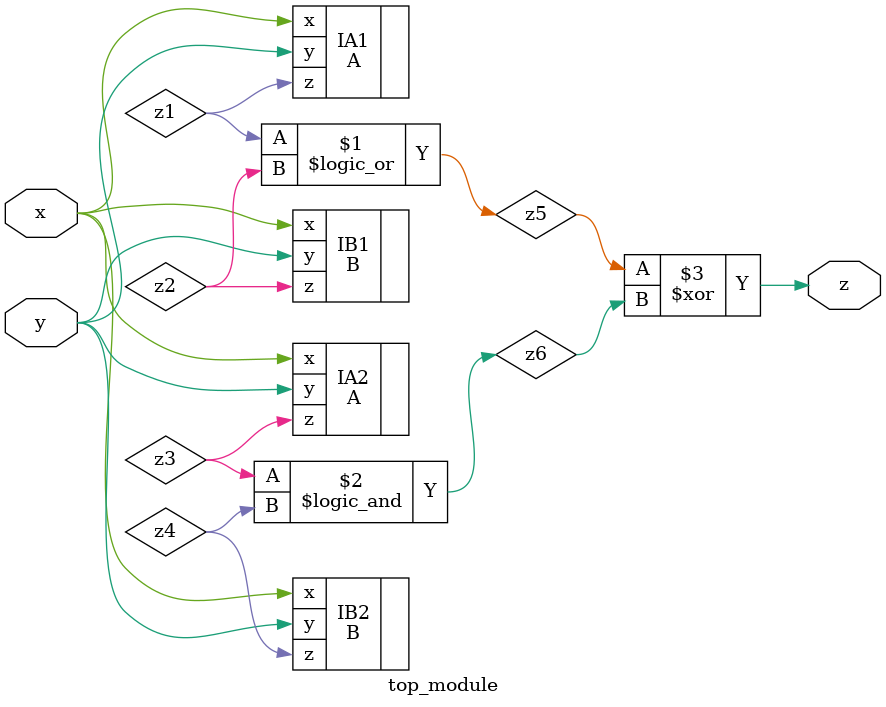
<source format=v>
module top_module (
input x, 
input y, 
output z
);

wire z1,z2,z3,z4;
A IA1(.x(x),.y(y),.z(z1));
B IB1(.x(x),.y(y),.z(z2));
A IA2(.x(x),.y(y),.z(z3));
B IB2(.x(x),.y(y),.z(z4));

assign z5 = z1 || z2;
assign z6 = z3 && z4;
assign z  = z5 ^ z6; 


endmodule
</source>
